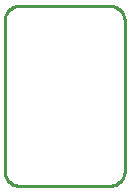
<source format=gbr>
G04 EAGLE Gerber RS-274X export*
G75*
%MOMM*%
%FSLAX34Y34*%
%LPD*%
%IN*%
%IPPOS*%
%AMOC8*
5,1,8,0,0,1.08239X$1,22.5*%
G01*
%ADD10C,0.254000*%


D10*
X0Y12700D02*
X48Y11593D01*
X193Y10495D01*
X433Y9413D01*
X766Y8356D01*
X1190Y7333D01*
X1701Y6350D01*
X2297Y5416D01*
X2971Y4537D01*
X3720Y3720D01*
X4537Y2971D01*
X5416Y2297D01*
X6350Y1701D01*
X7333Y1190D01*
X8356Y766D01*
X9413Y433D01*
X10495Y193D01*
X11593Y48D01*
X12700Y0D01*
X88900Y0D01*
X90007Y48D01*
X91105Y193D01*
X92187Y433D01*
X93244Y766D01*
X94267Y1190D01*
X95250Y1701D01*
X96184Y2297D01*
X97063Y2971D01*
X97880Y3720D01*
X98629Y4537D01*
X99303Y5416D01*
X99899Y6350D01*
X100410Y7333D01*
X100834Y8356D01*
X101167Y9413D01*
X101407Y10495D01*
X101552Y11593D01*
X101600Y12700D01*
X101600Y139700D01*
X101552Y140807D01*
X101407Y141905D01*
X101167Y142987D01*
X100834Y144044D01*
X100410Y145067D01*
X99899Y146050D01*
X99303Y146984D01*
X98629Y147863D01*
X97880Y148680D01*
X97063Y149429D01*
X96184Y150103D01*
X95250Y150699D01*
X94267Y151210D01*
X93244Y151634D01*
X92187Y151967D01*
X91105Y152207D01*
X90007Y152352D01*
X88900Y152400D01*
X12700Y152400D01*
X11593Y152352D01*
X10495Y152207D01*
X9413Y151967D01*
X8356Y151634D01*
X7333Y151210D01*
X6350Y150699D01*
X5416Y150103D01*
X4537Y149429D01*
X3720Y148680D01*
X2971Y147863D01*
X2297Y146984D01*
X1701Y146050D01*
X1190Y145067D01*
X766Y144044D01*
X433Y142987D01*
X193Y141905D01*
X48Y140807D01*
X0Y139700D01*
X0Y12700D01*
M02*

</source>
